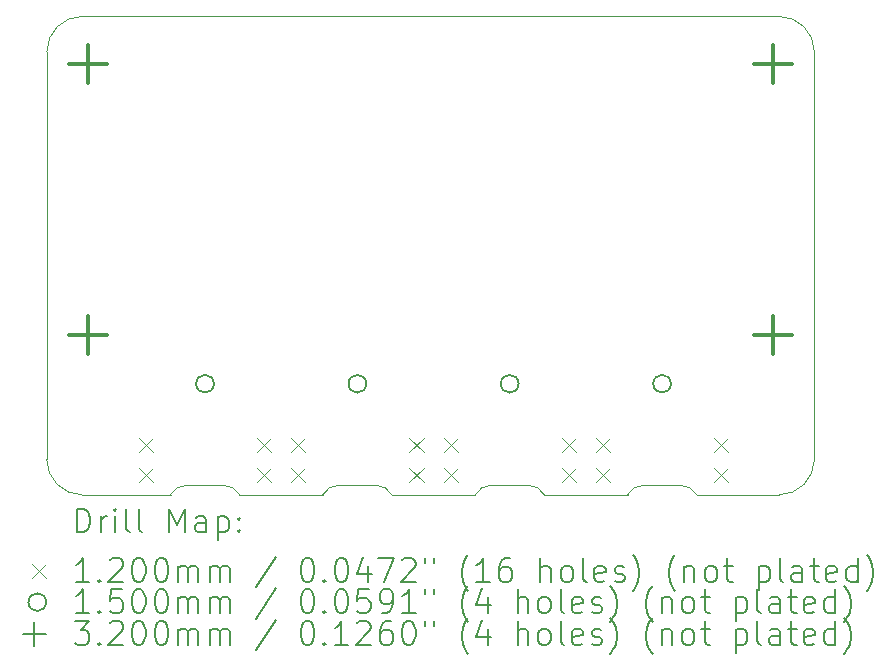
<source format=gbr>
%TF.GenerationSoftware,KiCad,Pcbnew,7.0.9-7.0.9~ubuntu22.04.1*%
%TF.CreationDate,2023-12-11T10:38:18-03:00*%
%TF.ProjectId,WM_RB-HAT,574d5f52-422d-4484-9154-2e6b69636164,rev?*%
%TF.SameCoordinates,Original*%
%TF.FileFunction,Drillmap*%
%TF.FilePolarity,Positive*%
%FSLAX45Y45*%
G04 Gerber Fmt 4.5, Leading zero omitted, Abs format (unit mm)*
G04 Created by KiCad (PCBNEW 7.0.9-7.0.9~ubuntu22.04.1) date 2023-12-11 10:38:18*
%MOMM*%
%LPD*%
G01*
G04 APERTURE LIST*
%ADD10C,0.100000*%
%ADD11C,0.200000*%
%ADD12C,0.120000*%
%ADD13C,0.150000*%
%ADD14C,0.320000*%
G04 APERTURE END LIST*
D10*
X12062005Y-10079997D02*
G75*
G03*
X11930000Y-10000000I-131895J-68733D01*
G01*
X14050000Y-10080000D02*
G75*
G03*
X14350000Y-9780000I0J300000D01*
G01*
X10772000Y-10080000D02*
X11478000Y-10080000D01*
X7850000Y-9780000D02*
G75*
G03*
X8150000Y-10080000I300000J0D01*
G01*
X9030000Y-10000001D02*
G75*
G03*
X8898000Y-10080000I-110J-148719D01*
G01*
X8150000Y-6030000D02*
G75*
G03*
X7850000Y-6330000I-5J-299995D01*
G01*
X10772005Y-10079997D02*
G75*
G03*
X10640000Y-10000000I-131895J-68733D01*
G01*
X9482000Y-10080000D02*
X10188000Y-10080000D01*
X10320000Y-10000001D02*
G75*
G03*
X10188000Y-10080000I-110J-148719D01*
G01*
X7850000Y-6330000D02*
X7850000Y-9780000D01*
X11610000Y-10000000D02*
X11930000Y-10000000D01*
X12900000Y-10000000D02*
X13220000Y-10000000D01*
X9482005Y-10079997D02*
G75*
G03*
X9350000Y-10000000I-131895J-68733D01*
G01*
X12062000Y-10080000D02*
X12768000Y-10080000D01*
X13352000Y-10080000D02*
X14050000Y-10080000D01*
X11610000Y-10000001D02*
G75*
G03*
X11478000Y-10080000I-110J-148719D01*
G01*
X8150000Y-10080000D02*
X8898000Y-10080000D01*
X10320000Y-10000000D02*
X10640000Y-10000000D01*
X13352001Y-10080000D02*
G75*
G03*
X13220000Y-10000000I-131891J-68720D01*
G01*
X14350000Y-9780000D02*
X14350000Y-6330000D01*
X9030000Y-10000000D02*
X9350000Y-10000000D01*
X14350000Y-6330000D02*
G75*
G03*
X14050000Y-6030000I-299990J10D01*
G01*
X14050000Y-6030000D02*
X8150000Y-6030000D01*
X12900000Y-10000001D02*
G75*
G03*
X12768000Y-10080000I-110J-148719D01*
G01*
D11*
D12*
X8630000Y-9600000D02*
X8750000Y-9720000D01*
X8750000Y-9600000D02*
X8630000Y-9720000D01*
X8630000Y-9850000D02*
X8750000Y-9970000D01*
X8750000Y-9850000D02*
X8630000Y-9970000D01*
X9630000Y-9600000D02*
X9750000Y-9720000D01*
X9750000Y-9600000D02*
X9630000Y-9720000D01*
X9630000Y-9850000D02*
X9750000Y-9970000D01*
X9750000Y-9850000D02*
X9630000Y-9970000D01*
X9920000Y-9600000D02*
X10040000Y-9720000D01*
X10040000Y-9600000D02*
X9920000Y-9720000D01*
X9920000Y-9850000D02*
X10040000Y-9970000D01*
X10040000Y-9850000D02*
X9920000Y-9970000D01*
X10920000Y-9600000D02*
X11040000Y-9720000D01*
X11040000Y-9600000D02*
X10920000Y-9720000D01*
X10920000Y-9850000D02*
X11040000Y-9970000D01*
X11040000Y-9850000D02*
X10920000Y-9970000D01*
X11210000Y-9600000D02*
X11330000Y-9720000D01*
X11330000Y-9600000D02*
X11210000Y-9720000D01*
X11210000Y-9850000D02*
X11330000Y-9970000D01*
X11330000Y-9850000D02*
X11210000Y-9970000D01*
X12210000Y-9600000D02*
X12330000Y-9720000D01*
X12330000Y-9600000D02*
X12210000Y-9720000D01*
X12210000Y-9850000D02*
X12330000Y-9970000D01*
X12330000Y-9850000D02*
X12210000Y-9970000D01*
X12500000Y-9600000D02*
X12620000Y-9720000D01*
X12620000Y-9600000D02*
X12500000Y-9720000D01*
X12500000Y-9850000D02*
X12620000Y-9970000D01*
X12620000Y-9850000D02*
X12500000Y-9970000D01*
X13500000Y-9600000D02*
X13620000Y-9720000D01*
X13620000Y-9600000D02*
X13500000Y-9720000D01*
X13500000Y-9850000D02*
X13620000Y-9970000D01*
X13620000Y-9850000D02*
X13500000Y-9970000D01*
D13*
X9265000Y-9140000D02*
G75*
G03*
X9265000Y-9140000I-75000J0D01*
G01*
X10555000Y-9140000D02*
G75*
G03*
X10555000Y-9140000I-75000J0D01*
G01*
X11845000Y-9140000D02*
G75*
G03*
X11845000Y-9140000I-75000J0D01*
G01*
X13135000Y-9140000D02*
G75*
G03*
X13135000Y-9140000I-75000J0D01*
G01*
D14*
X8200000Y-6270000D02*
X8200000Y-6590000D01*
X8040000Y-6430000D02*
X8360000Y-6430000D01*
X8200000Y-8570000D02*
X8200000Y-8890000D01*
X8040000Y-8730000D02*
X8360000Y-8730000D01*
X14000000Y-6270000D02*
X14000000Y-6590000D01*
X13840000Y-6430000D02*
X14160000Y-6430000D01*
X14000000Y-8570000D02*
X14000000Y-8890000D01*
X13840000Y-8730000D02*
X14160000Y-8730000D01*
D11*
X8105777Y-10396484D02*
X8105777Y-10196484D01*
X8105777Y-10196484D02*
X8153396Y-10196484D01*
X8153396Y-10196484D02*
X8181967Y-10206008D01*
X8181967Y-10206008D02*
X8201015Y-10225055D01*
X8201015Y-10225055D02*
X8210539Y-10244103D01*
X8210539Y-10244103D02*
X8220062Y-10282198D01*
X8220062Y-10282198D02*
X8220062Y-10310770D01*
X8220062Y-10310770D02*
X8210539Y-10348865D01*
X8210539Y-10348865D02*
X8201015Y-10367912D01*
X8201015Y-10367912D02*
X8181967Y-10386960D01*
X8181967Y-10386960D02*
X8153396Y-10396484D01*
X8153396Y-10396484D02*
X8105777Y-10396484D01*
X8305777Y-10396484D02*
X8305777Y-10263150D01*
X8305777Y-10301246D02*
X8315301Y-10282198D01*
X8315301Y-10282198D02*
X8324824Y-10272674D01*
X8324824Y-10272674D02*
X8343872Y-10263150D01*
X8343872Y-10263150D02*
X8362920Y-10263150D01*
X8429586Y-10396484D02*
X8429586Y-10263150D01*
X8429586Y-10196484D02*
X8420063Y-10206008D01*
X8420063Y-10206008D02*
X8429586Y-10215531D01*
X8429586Y-10215531D02*
X8439110Y-10206008D01*
X8439110Y-10206008D02*
X8429586Y-10196484D01*
X8429586Y-10196484D02*
X8429586Y-10215531D01*
X8553396Y-10396484D02*
X8534348Y-10386960D01*
X8534348Y-10386960D02*
X8524824Y-10367912D01*
X8524824Y-10367912D02*
X8524824Y-10196484D01*
X8658158Y-10396484D02*
X8639110Y-10386960D01*
X8639110Y-10386960D02*
X8629586Y-10367912D01*
X8629586Y-10367912D02*
X8629586Y-10196484D01*
X8886729Y-10396484D02*
X8886729Y-10196484D01*
X8886729Y-10196484D02*
X8953396Y-10339341D01*
X8953396Y-10339341D02*
X9020063Y-10196484D01*
X9020063Y-10196484D02*
X9020063Y-10396484D01*
X9201015Y-10396484D02*
X9201015Y-10291722D01*
X9201015Y-10291722D02*
X9191491Y-10272674D01*
X9191491Y-10272674D02*
X9172444Y-10263150D01*
X9172444Y-10263150D02*
X9134348Y-10263150D01*
X9134348Y-10263150D02*
X9115301Y-10272674D01*
X9201015Y-10386960D02*
X9181967Y-10396484D01*
X9181967Y-10396484D02*
X9134348Y-10396484D01*
X9134348Y-10396484D02*
X9115301Y-10386960D01*
X9115301Y-10386960D02*
X9105777Y-10367912D01*
X9105777Y-10367912D02*
X9105777Y-10348865D01*
X9105777Y-10348865D02*
X9115301Y-10329817D01*
X9115301Y-10329817D02*
X9134348Y-10320293D01*
X9134348Y-10320293D02*
X9181967Y-10320293D01*
X9181967Y-10320293D02*
X9201015Y-10310770D01*
X9296253Y-10263150D02*
X9296253Y-10463150D01*
X9296253Y-10272674D02*
X9315301Y-10263150D01*
X9315301Y-10263150D02*
X9353396Y-10263150D01*
X9353396Y-10263150D02*
X9372444Y-10272674D01*
X9372444Y-10272674D02*
X9381967Y-10282198D01*
X9381967Y-10282198D02*
X9391491Y-10301246D01*
X9391491Y-10301246D02*
X9391491Y-10358389D01*
X9391491Y-10358389D02*
X9381967Y-10377436D01*
X9381967Y-10377436D02*
X9372444Y-10386960D01*
X9372444Y-10386960D02*
X9353396Y-10396484D01*
X9353396Y-10396484D02*
X9315301Y-10396484D01*
X9315301Y-10396484D02*
X9296253Y-10386960D01*
X9477205Y-10377436D02*
X9486729Y-10386960D01*
X9486729Y-10386960D02*
X9477205Y-10396484D01*
X9477205Y-10396484D02*
X9467682Y-10386960D01*
X9467682Y-10386960D02*
X9477205Y-10377436D01*
X9477205Y-10377436D02*
X9477205Y-10396484D01*
X9477205Y-10272674D02*
X9486729Y-10282198D01*
X9486729Y-10282198D02*
X9477205Y-10291722D01*
X9477205Y-10291722D02*
X9467682Y-10282198D01*
X9467682Y-10282198D02*
X9477205Y-10272674D01*
X9477205Y-10272674D02*
X9477205Y-10291722D01*
D12*
X7725000Y-10665000D02*
X7845000Y-10785000D01*
X7845000Y-10665000D02*
X7725000Y-10785000D01*
D11*
X8210539Y-10816484D02*
X8096253Y-10816484D01*
X8153396Y-10816484D02*
X8153396Y-10616484D01*
X8153396Y-10616484D02*
X8134348Y-10645055D01*
X8134348Y-10645055D02*
X8115301Y-10664103D01*
X8115301Y-10664103D02*
X8096253Y-10673627D01*
X8296253Y-10797436D02*
X8305777Y-10806960D01*
X8305777Y-10806960D02*
X8296253Y-10816484D01*
X8296253Y-10816484D02*
X8286729Y-10806960D01*
X8286729Y-10806960D02*
X8296253Y-10797436D01*
X8296253Y-10797436D02*
X8296253Y-10816484D01*
X8381967Y-10635531D02*
X8391491Y-10626008D01*
X8391491Y-10626008D02*
X8410539Y-10616484D01*
X8410539Y-10616484D02*
X8458158Y-10616484D01*
X8458158Y-10616484D02*
X8477205Y-10626008D01*
X8477205Y-10626008D02*
X8486729Y-10635531D01*
X8486729Y-10635531D02*
X8496253Y-10654579D01*
X8496253Y-10654579D02*
X8496253Y-10673627D01*
X8496253Y-10673627D02*
X8486729Y-10702198D01*
X8486729Y-10702198D02*
X8372443Y-10816484D01*
X8372443Y-10816484D02*
X8496253Y-10816484D01*
X8620063Y-10616484D02*
X8639110Y-10616484D01*
X8639110Y-10616484D02*
X8658158Y-10626008D01*
X8658158Y-10626008D02*
X8667682Y-10635531D01*
X8667682Y-10635531D02*
X8677205Y-10654579D01*
X8677205Y-10654579D02*
X8686729Y-10692674D01*
X8686729Y-10692674D02*
X8686729Y-10740293D01*
X8686729Y-10740293D02*
X8677205Y-10778389D01*
X8677205Y-10778389D02*
X8667682Y-10797436D01*
X8667682Y-10797436D02*
X8658158Y-10806960D01*
X8658158Y-10806960D02*
X8639110Y-10816484D01*
X8639110Y-10816484D02*
X8620063Y-10816484D01*
X8620063Y-10816484D02*
X8601015Y-10806960D01*
X8601015Y-10806960D02*
X8591491Y-10797436D01*
X8591491Y-10797436D02*
X8581967Y-10778389D01*
X8581967Y-10778389D02*
X8572444Y-10740293D01*
X8572444Y-10740293D02*
X8572444Y-10692674D01*
X8572444Y-10692674D02*
X8581967Y-10654579D01*
X8581967Y-10654579D02*
X8591491Y-10635531D01*
X8591491Y-10635531D02*
X8601015Y-10626008D01*
X8601015Y-10626008D02*
X8620063Y-10616484D01*
X8810539Y-10616484D02*
X8829586Y-10616484D01*
X8829586Y-10616484D02*
X8848634Y-10626008D01*
X8848634Y-10626008D02*
X8858158Y-10635531D01*
X8858158Y-10635531D02*
X8867682Y-10654579D01*
X8867682Y-10654579D02*
X8877205Y-10692674D01*
X8877205Y-10692674D02*
X8877205Y-10740293D01*
X8877205Y-10740293D02*
X8867682Y-10778389D01*
X8867682Y-10778389D02*
X8858158Y-10797436D01*
X8858158Y-10797436D02*
X8848634Y-10806960D01*
X8848634Y-10806960D02*
X8829586Y-10816484D01*
X8829586Y-10816484D02*
X8810539Y-10816484D01*
X8810539Y-10816484D02*
X8791491Y-10806960D01*
X8791491Y-10806960D02*
X8781967Y-10797436D01*
X8781967Y-10797436D02*
X8772444Y-10778389D01*
X8772444Y-10778389D02*
X8762920Y-10740293D01*
X8762920Y-10740293D02*
X8762920Y-10692674D01*
X8762920Y-10692674D02*
X8772444Y-10654579D01*
X8772444Y-10654579D02*
X8781967Y-10635531D01*
X8781967Y-10635531D02*
X8791491Y-10626008D01*
X8791491Y-10626008D02*
X8810539Y-10616484D01*
X8962920Y-10816484D02*
X8962920Y-10683150D01*
X8962920Y-10702198D02*
X8972444Y-10692674D01*
X8972444Y-10692674D02*
X8991491Y-10683150D01*
X8991491Y-10683150D02*
X9020063Y-10683150D01*
X9020063Y-10683150D02*
X9039110Y-10692674D01*
X9039110Y-10692674D02*
X9048634Y-10711722D01*
X9048634Y-10711722D02*
X9048634Y-10816484D01*
X9048634Y-10711722D02*
X9058158Y-10692674D01*
X9058158Y-10692674D02*
X9077205Y-10683150D01*
X9077205Y-10683150D02*
X9105777Y-10683150D01*
X9105777Y-10683150D02*
X9124825Y-10692674D01*
X9124825Y-10692674D02*
X9134348Y-10711722D01*
X9134348Y-10711722D02*
X9134348Y-10816484D01*
X9229586Y-10816484D02*
X9229586Y-10683150D01*
X9229586Y-10702198D02*
X9239110Y-10692674D01*
X9239110Y-10692674D02*
X9258158Y-10683150D01*
X9258158Y-10683150D02*
X9286729Y-10683150D01*
X9286729Y-10683150D02*
X9305777Y-10692674D01*
X9305777Y-10692674D02*
X9315301Y-10711722D01*
X9315301Y-10711722D02*
X9315301Y-10816484D01*
X9315301Y-10711722D02*
X9324825Y-10692674D01*
X9324825Y-10692674D02*
X9343872Y-10683150D01*
X9343872Y-10683150D02*
X9372444Y-10683150D01*
X9372444Y-10683150D02*
X9391491Y-10692674D01*
X9391491Y-10692674D02*
X9401015Y-10711722D01*
X9401015Y-10711722D02*
X9401015Y-10816484D01*
X9791491Y-10606960D02*
X9620063Y-10864103D01*
X10048634Y-10616484D02*
X10067682Y-10616484D01*
X10067682Y-10616484D02*
X10086729Y-10626008D01*
X10086729Y-10626008D02*
X10096253Y-10635531D01*
X10096253Y-10635531D02*
X10105777Y-10654579D01*
X10105777Y-10654579D02*
X10115301Y-10692674D01*
X10115301Y-10692674D02*
X10115301Y-10740293D01*
X10115301Y-10740293D02*
X10105777Y-10778389D01*
X10105777Y-10778389D02*
X10096253Y-10797436D01*
X10096253Y-10797436D02*
X10086729Y-10806960D01*
X10086729Y-10806960D02*
X10067682Y-10816484D01*
X10067682Y-10816484D02*
X10048634Y-10816484D01*
X10048634Y-10816484D02*
X10029587Y-10806960D01*
X10029587Y-10806960D02*
X10020063Y-10797436D01*
X10020063Y-10797436D02*
X10010539Y-10778389D01*
X10010539Y-10778389D02*
X10001015Y-10740293D01*
X10001015Y-10740293D02*
X10001015Y-10692674D01*
X10001015Y-10692674D02*
X10010539Y-10654579D01*
X10010539Y-10654579D02*
X10020063Y-10635531D01*
X10020063Y-10635531D02*
X10029587Y-10626008D01*
X10029587Y-10626008D02*
X10048634Y-10616484D01*
X10201015Y-10797436D02*
X10210539Y-10806960D01*
X10210539Y-10806960D02*
X10201015Y-10816484D01*
X10201015Y-10816484D02*
X10191491Y-10806960D01*
X10191491Y-10806960D02*
X10201015Y-10797436D01*
X10201015Y-10797436D02*
X10201015Y-10816484D01*
X10334348Y-10616484D02*
X10353396Y-10616484D01*
X10353396Y-10616484D02*
X10372444Y-10626008D01*
X10372444Y-10626008D02*
X10381968Y-10635531D01*
X10381968Y-10635531D02*
X10391491Y-10654579D01*
X10391491Y-10654579D02*
X10401015Y-10692674D01*
X10401015Y-10692674D02*
X10401015Y-10740293D01*
X10401015Y-10740293D02*
X10391491Y-10778389D01*
X10391491Y-10778389D02*
X10381968Y-10797436D01*
X10381968Y-10797436D02*
X10372444Y-10806960D01*
X10372444Y-10806960D02*
X10353396Y-10816484D01*
X10353396Y-10816484D02*
X10334348Y-10816484D01*
X10334348Y-10816484D02*
X10315301Y-10806960D01*
X10315301Y-10806960D02*
X10305777Y-10797436D01*
X10305777Y-10797436D02*
X10296253Y-10778389D01*
X10296253Y-10778389D02*
X10286729Y-10740293D01*
X10286729Y-10740293D02*
X10286729Y-10692674D01*
X10286729Y-10692674D02*
X10296253Y-10654579D01*
X10296253Y-10654579D02*
X10305777Y-10635531D01*
X10305777Y-10635531D02*
X10315301Y-10626008D01*
X10315301Y-10626008D02*
X10334348Y-10616484D01*
X10572444Y-10683150D02*
X10572444Y-10816484D01*
X10524825Y-10606960D02*
X10477206Y-10749817D01*
X10477206Y-10749817D02*
X10601015Y-10749817D01*
X10658158Y-10616484D02*
X10791491Y-10616484D01*
X10791491Y-10616484D02*
X10705777Y-10816484D01*
X10858158Y-10635531D02*
X10867682Y-10626008D01*
X10867682Y-10626008D02*
X10886729Y-10616484D01*
X10886729Y-10616484D02*
X10934349Y-10616484D01*
X10934349Y-10616484D02*
X10953396Y-10626008D01*
X10953396Y-10626008D02*
X10962920Y-10635531D01*
X10962920Y-10635531D02*
X10972444Y-10654579D01*
X10972444Y-10654579D02*
X10972444Y-10673627D01*
X10972444Y-10673627D02*
X10962920Y-10702198D01*
X10962920Y-10702198D02*
X10848634Y-10816484D01*
X10848634Y-10816484D02*
X10972444Y-10816484D01*
X11048634Y-10616484D02*
X11048634Y-10654579D01*
X11124825Y-10616484D02*
X11124825Y-10654579D01*
X11420063Y-10892674D02*
X11410539Y-10883150D01*
X11410539Y-10883150D02*
X11391491Y-10854579D01*
X11391491Y-10854579D02*
X11381968Y-10835531D01*
X11381968Y-10835531D02*
X11372444Y-10806960D01*
X11372444Y-10806960D02*
X11362920Y-10759341D01*
X11362920Y-10759341D02*
X11362920Y-10721246D01*
X11362920Y-10721246D02*
X11372444Y-10673627D01*
X11372444Y-10673627D02*
X11381968Y-10645055D01*
X11381968Y-10645055D02*
X11391491Y-10626008D01*
X11391491Y-10626008D02*
X11410539Y-10597436D01*
X11410539Y-10597436D02*
X11420063Y-10587912D01*
X11601015Y-10816484D02*
X11486729Y-10816484D01*
X11543872Y-10816484D02*
X11543872Y-10616484D01*
X11543872Y-10616484D02*
X11524825Y-10645055D01*
X11524825Y-10645055D02*
X11505777Y-10664103D01*
X11505777Y-10664103D02*
X11486729Y-10673627D01*
X11772444Y-10616484D02*
X11734348Y-10616484D01*
X11734348Y-10616484D02*
X11715301Y-10626008D01*
X11715301Y-10626008D02*
X11705777Y-10635531D01*
X11705777Y-10635531D02*
X11686729Y-10664103D01*
X11686729Y-10664103D02*
X11677206Y-10702198D01*
X11677206Y-10702198D02*
X11677206Y-10778389D01*
X11677206Y-10778389D02*
X11686729Y-10797436D01*
X11686729Y-10797436D02*
X11696253Y-10806960D01*
X11696253Y-10806960D02*
X11715301Y-10816484D01*
X11715301Y-10816484D02*
X11753396Y-10816484D01*
X11753396Y-10816484D02*
X11772444Y-10806960D01*
X11772444Y-10806960D02*
X11781968Y-10797436D01*
X11781968Y-10797436D02*
X11791491Y-10778389D01*
X11791491Y-10778389D02*
X11791491Y-10730770D01*
X11791491Y-10730770D02*
X11781968Y-10711722D01*
X11781968Y-10711722D02*
X11772444Y-10702198D01*
X11772444Y-10702198D02*
X11753396Y-10692674D01*
X11753396Y-10692674D02*
X11715301Y-10692674D01*
X11715301Y-10692674D02*
X11696253Y-10702198D01*
X11696253Y-10702198D02*
X11686729Y-10711722D01*
X11686729Y-10711722D02*
X11677206Y-10730770D01*
X12029587Y-10816484D02*
X12029587Y-10616484D01*
X12115301Y-10816484D02*
X12115301Y-10711722D01*
X12115301Y-10711722D02*
X12105777Y-10692674D01*
X12105777Y-10692674D02*
X12086730Y-10683150D01*
X12086730Y-10683150D02*
X12058158Y-10683150D01*
X12058158Y-10683150D02*
X12039110Y-10692674D01*
X12039110Y-10692674D02*
X12029587Y-10702198D01*
X12239110Y-10816484D02*
X12220063Y-10806960D01*
X12220063Y-10806960D02*
X12210539Y-10797436D01*
X12210539Y-10797436D02*
X12201015Y-10778389D01*
X12201015Y-10778389D02*
X12201015Y-10721246D01*
X12201015Y-10721246D02*
X12210539Y-10702198D01*
X12210539Y-10702198D02*
X12220063Y-10692674D01*
X12220063Y-10692674D02*
X12239110Y-10683150D01*
X12239110Y-10683150D02*
X12267682Y-10683150D01*
X12267682Y-10683150D02*
X12286730Y-10692674D01*
X12286730Y-10692674D02*
X12296253Y-10702198D01*
X12296253Y-10702198D02*
X12305777Y-10721246D01*
X12305777Y-10721246D02*
X12305777Y-10778389D01*
X12305777Y-10778389D02*
X12296253Y-10797436D01*
X12296253Y-10797436D02*
X12286730Y-10806960D01*
X12286730Y-10806960D02*
X12267682Y-10816484D01*
X12267682Y-10816484D02*
X12239110Y-10816484D01*
X12420063Y-10816484D02*
X12401015Y-10806960D01*
X12401015Y-10806960D02*
X12391491Y-10787912D01*
X12391491Y-10787912D02*
X12391491Y-10616484D01*
X12572444Y-10806960D02*
X12553396Y-10816484D01*
X12553396Y-10816484D02*
X12515301Y-10816484D01*
X12515301Y-10816484D02*
X12496253Y-10806960D01*
X12496253Y-10806960D02*
X12486730Y-10787912D01*
X12486730Y-10787912D02*
X12486730Y-10711722D01*
X12486730Y-10711722D02*
X12496253Y-10692674D01*
X12496253Y-10692674D02*
X12515301Y-10683150D01*
X12515301Y-10683150D02*
X12553396Y-10683150D01*
X12553396Y-10683150D02*
X12572444Y-10692674D01*
X12572444Y-10692674D02*
X12581968Y-10711722D01*
X12581968Y-10711722D02*
X12581968Y-10730770D01*
X12581968Y-10730770D02*
X12486730Y-10749817D01*
X12658158Y-10806960D02*
X12677206Y-10816484D01*
X12677206Y-10816484D02*
X12715301Y-10816484D01*
X12715301Y-10816484D02*
X12734349Y-10806960D01*
X12734349Y-10806960D02*
X12743872Y-10787912D01*
X12743872Y-10787912D02*
X12743872Y-10778389D01*
X12743872Y-10778389D02*
X12734349Y-10759341D01*
X12734349Y-10759341D02*
X12715301Y-10749817D01*
X12715301Y-10749817D02*
X12686730Y-10749817D01*
X12686730Y-10749817D02*
X12667682Y-10740293D01*
X12667682Y-10740293D02*
X12658158Y-10721246D01*
X12658158Y-10721246D02*
X12658158Y-10711722D01*
X12658158Y-10711722D02*
X12667682Y-10692674D01*
X12667682Y-10692674D02*
X12686730Y-10683150D01*
X12686730Y-10683150D02*
X12715301Y-10683150D01*
X12715301Y-10683150D02*
X12734349Y-10692674D01*
X12810539Y-10892674D02*
X12820063Y-10883150D01*
X12820063Y-10883150D02*
X12839111Y-10854579D01*
X12839111Y-10854579D02*
X12848634Y-10835531D01*
X12848634Y-10835531D02*
X12858158Y-10806960D01*
X12858158Y-10806960D02*
X12867682Y-10759341D01*
X12867682Y-10759341D02*
X12867682Y-10721246D01*
X12867682Y-10721246D02*
X12858158Y-10673627D01*
X12858158Y-10673627D02*
X12848634Y-10645055D01*
X12848634Y-10645055D02*
X12839111Y-10626008D01*
X12839111Y-10626008D02*
X12820063Y-10597436D01*
X12820063Y-10597436D02*
X12810539Y-10587912D01*
X13172444Y-10892674D02*
X13162920Y-10883150D01*
X13162920Y-10883150D02*
X13143872Y-10854579D01*
X13143872Y-10854579D02*
X13134349Y-10835531D01*
X13134349Y-10835531D02*
X13124825Y-10806960D01*
X13124825Y-10806960D02*
X13115301Y-10759341D01*
X13115301Y-10759341D02*
X13115301Y-10721246D01*
X13115301Y-10721246D02*
X13124825Y-10673627D01*
X13124825Y-10673627D02*
X13134349Y-10645055D01*
X13134349Y-10645055D02*
X13143872Y-10626008D01*
X13143872Y-10626008D02*
X13162920Y-10597436D01*
X13162920Y-10597436D02*
X13172444Y-10587912D01*
X13248634Y-10683150D02*
X13248634Y-10816484D01*
X13248634Y-10702198D02*
X13258158Y-10692674D01*
X13258158Y-10692674D02*
X13277206Y-10683150D01*
X13277206Y-10683150D02*
X13305777Y-10683150D01*
X13305777Y-10683150D02*
X13324825Y-10692674D01*
X13324825Y-10692674D02*
X13334349Y-10711722D01*
X13334349Y-10711722D02*
X13334349Y-10816484D01*
X13458158Y-10816484D02*
X13439111Y-10806960D01*
X13439111Y-10806960D02*
X13429587Y-10797436D01*
X13429587Y-10797436D02*
X13420063Y-10778389D01*
X13420063Y-10778389D02*
X13420063Y-10721246D01*
X13420063Y-10721246D02*
X13429587Y-10702198D01*
X13429587Y-10702198D02*
X13439111Y-10692674D01*
X13439111Y-10692674D02*
X13458158Y-10683150D01*
X13458158Y-10683150D02*
X13486730Y-10683150D01*
X13486730Y-10683150D02*
X13505777Y-10692674D01*
X13505777Y-10692674D02*
X13515301Y-10702198D01*
X13515301Y-10702198D02*
X13524825Y-10721246D01*
X13524825Y-10721246D02*
X13524825Y-10778389D01*
X13524825Y-10778389D02*
X13515301Y-10797436D01*
X13515301Y-10797436D02*
X13505777Y-10806960D01*
X13505777Y-10806960D02*
X13486730Y-10816484D01*
X13486730Y-10816484D02*
X13458158Y-10816484D01*
X13581968Y-10683150D02*
X13658158Y-10683150D01*
X13610539Y-10616484D02*
X13610539Y-10787912D01*
X13610539Y-10787912D02*
X13620063Y-10806960D01*
X13620063Y-10806960D02*
X13639111Y-10816484D01*
X13639111Y-10816484D02*
X13658158Y-10816484D01*
X13877206Y-10683150D02*
X13877206Y-10883150D01*
X13877206Y-10692674D02*
X13896253Y-10683150D01*
X13896253Y-10683150D02*
X13934349Y-10683150D01*
X13934349Y-10683150D02*
X13953396Y-10692674D01*
X13953396Y-10692674D02*
X13962920Y-10702198D01*
X13962920Y-10702198D02*
X13972444Y-10721246D01*
X13972444Y-10721246D02*
X13972444Y-10778389D01*
X13972444Y-10778389D02*
X13962920Y-10797436D01*
X13962920Y-10797436D02*
X13953396Y-10806960D01*
X13953396Y-10806960D02*
X13934349Y-10816484D01*
X13934349Y-10816484D02*
X13896253Y-10816484D01*
X13896253Y-10816484D02*
X13877206Y-10806960D01*
X14086730Y-10816484D02*
X14067682Y-10806960D01*
X14067682Y-10806960D02*
X14058158Y-10787912D01*
X14058158Y-10787912D02*
X14058158Y-10616484D01*
X14248634Y-10816484D02*
X14248634Y-10711722D01*
X14248634Y-10711722D02*
X14239111Y-10692674D01*
X14239111Y-10692674D02*
X14220063Y-10683150D01*
X14220063Y-10683150D02*
X14181968Y-10683150D01*
X14181968Y-10683150D02*
X14162920Y-10692674D01*
X14248634Y-10806960D02*
X14229587Y-10816484D01*
X14229587Y-10816484D02*
X14181968Y-10816484D01*
X14181968Y-10816484D02*
X14162920Y-10806960D01*
X14162920Y-10806960D02*
X14153396Y-10787912D01*
X14153396Y-10787912D02*
X14153396Y-10768865D01*
X14153396Y-10768865D02*
X14162920Y-10749817D01*
X14162920Y-10749817D02*
X14181968Y-10740293D01*
X14181968Y-10740293D02*
X14229587Y-10740293D01*
X14229587Y-10740293D02*
X14248634Y-10730770D01*
X14315301Y-10683150D02*
X14391492Y-10683150D01*
X14343873Y-10616484D02*
X14343873Y-10787912D01*
X14343873Y-10787912D02*
X14353396Y-10806960D01*
X14353396Y-10806960D02*
X14372444Y-10816484D01*
X14372444Y-10816484D02*
X14391492Y-10816484D01*
X14534349Y-10806960D02*
X14515301Y-10816484D01*
X14515301Y-10816484D02*
X14477206Y-10816484D01*
X14477206Y-10816484D02*
X14458158Y-10806960D01*
X14458158Y-10806960D02*
X14448634Y-10787912D01*
X14448634Y-10787912D02*
X14448634Y-10711722D01*
X14448634Y-10711722D02*
X14458158Y-10692674D01*
X14458158Y-10692674D02*
X14477206Y-10683150D01*
X14477206Y-10683150D02*
X14515301Y-10683150D01*
X14515301Y-10683150D02*
X14534349Y-10692674D01*
X14534349Y-10692674D02*
X14543873Y-10711722D01*
X14543873Y-10711722D02*
X14543873Y-10730770D01*
X14543873Y-10730770D02*
X14448634Y-10749817D01*
X14715301Y-10816484D02*
X14715301Y-10616484D01*
X14715301Y-10806960D02*
X14696254Y-10816484D01*
X14696254Y-10816484D02*
X14658158Y-10816484D01*
X14658158Y-10816484D02*
X14639111Y-10806960D01*
X14639111Y-10806960D02*
X14629587Y-10797436D01*
X14629587Y-10797436D02*
X14620063Y-10778389D01*
X14620063Y-10778389D02*
X14620063Y-10721246D01*
X14620063Y-10721246D02*
X14629587Y-10702198D01*
X14629587Y-10702198D02*
X14639111Y-10692674D01*
X14639111Y-10692674D02*
X14658158Y-10683150D01*
X14658158Y-10683150D02*
X14696254Y-10683150D01*
X14696254Y-10683150D02*
X14715301Y-10692674D01*
X14791492Y-10892674D02*
X14801015Y-10883150D01*
X14801015Y-10883150D02*
X14820063Y-10854579D01*
X14820063Y-10854579D02*
X14829587Y-10835531D01*
X14829587Y-10835531D02*
X14839111Y-10806960D01*
X14839111Y-10806960D02*
X14848634Y-10759341D01*
X14848634Y-10759341D02*
X14848634Y-10721246D01*
X14848634Y-10721246D02*
X14839111Y-10673627D01*
X14839111Y-10673627D02*
X14829587Y-10645055D01*
X14829587Y-10645055D02*
X14820063Y-10626008D01*
X14820063Y-10626008D02*
X14801015Y-10597436D01*
X14801015Y-10597436D02*
X14791492Y-10587912D01*
D13*
X7845000Y-10989000D02*
G75*
G03*
X7845000Y-10989000I-75000J0D01*
G01*
D11*
X8210539Y-11080484D02*
X8096253Y-11080484D01*
X8153396Y-11080484D02*
X8153396Y-10880484D01*
X8153396Y-10880484D02*
X8134348Y-10909055D01*
X8134348Y-10909055D02*
X8115301Y-10928103D01*
X8115301Y-10928103D02*
X8096253Y-10937627D01*
X8296253Y-11061436D02*
X8305777Y-11070960D01*
X8305777Y-11070960D02*
X8296253Y-11080484D01*
X8296253Y-11080484D02*
X8286729Y-11070960D01*
X8286729Y-11070960D02*
X8296253Y-11061436D01*
X8296253Y-11061436D02*
X8296253Y-11080484D01*
X8486729Y-10880484D02*
X8391491Y-10880484D01*
X8391491Y-10880484D02*
X8381967Y-10975722D01*
X8381967Y-10975722D02*
X8391491Y-10966198D01*
X8391491Y-10966198D02*
X8410539Y-10956674D01*
X8410539Y-10956674D02*
X8458158Y-10956674D01*
X8458158Y-10956674D02*
X8477205Y-10966198D01*
X8477205Y-10966198D02*
X8486729Y-10975722D01*
X8486729Y-10975722D02*
X8496253Y-10994770D01*
X8496253Y-10994770D02*
X8496253Y-11042389D01*
X8496253Y-11042389D02*
X8486729Y-11061436D01*
X8486729Y-11061436D02*
X8477205Y-11070960D01*
X8477205Y-11070960D02*
X8458158Y-11080484D01*
X8458158Y-11080484D02*
X8410539Y-11080484D01*
X8410539Y-11080484D02*
X8391491Y-11070960D01*
X8391491Y-11070960D02*
X8381967Y-11061436D01*
X8620063Y-10880484D02*
X8639110Y-10880484D01*
X8639110Y-10880484D02*
X8658158Y-10890008D01*
X8658158Y-10890008D02*
X8667682Y-10899531D01*
X8667682Y-10899531D02*
X8677205Y-10918579D01*
X8677205Y-10918579D02*
X8686729Y-10956674D01*
X8686729Y-10956674D02*
X8686729Y-11004293D01*
X8686729Y-11004293D02*
X8677205Y-11042389D01*
X8677205Y-11042389D02*
X8667682Y-11061436D01*
X8667682Y-11061436D02*
X8658158Y-11070960D01*
X8658158Y-11070960D02*
X8639110Y-11080484D01*
X8639110Y-11080484D02*
X8620063Y-11080484D01*
X8620063Y-11080484D02*
X8601015Y-11070960D01*
X8601015Y-11070960D02*
X8591491Y-11061436D01*
X8591491Y-11061436D02*
X8581967Y-11042389D01*
X8581967Y-11042389D02*
X8572444Y-11004293D01*
X8572444Y-11004293D02*
X8572444Y-10956674D01*
X8572444Y-10956674D02*
X8581967Y-10918579D01*
X8581967Y-10918579D02*
X8591491Y-10899531D01*
X8591491Y-10899531D02*
X8601015Y-10890008D01*
X8601015Y-10890008D02*
X8620063Y-10880484D01*
X8810539Y-10880484D02*
X8829586Y-10880484D01*
X8829586Y-10880484D02*
X8848634Y-10890008D01*
X8848634Y-10890008D02*
X8858158Y-10899531D01*
X8858158Y-10899531D02*
X8867682Y-10918579D01*
X8867682Y-10918579D02*
X8877205Y-10956674D01*
X8877205Y-10956674D02*
X8877205Y-11004293D01*
X8877205Y-11004293D02*
X8867682Y-11042389D01*
X8867682Y-11042389D02*
X8858158Y-11061436D01*
X8858158Y-11061436D02*
X8848634Y-11070960D01*
X8848634Y-11070960D02*
X8829586Y-11080484D01*
X8829586Y-11080484D02*
X8810539Y-11080484D01*
X8810539Y-11080484D02*
X8791491Y-11070960D01*
X8791491Y-11070960D02*
X8781967Y-11061436D01*
X8781967Y-11061436D02*
X8772444Y-11042389D01*
X8772444Y-11042389D02*
X8762920Y-11004293D01*
X8762920Y-11004293D02*
X8762920Y-10956674D01*
X8762920Y-10956674D02*
X8772444Y-10918579D01*
X8772444Y-10918579D02*
X8781967Y-10899531D01*
X8781967Y-10899531D02*
X8791491Y-10890008D01*
X8791491Y-10890008D02*
X8810539Y-10880484D01*
X8962920Y-11080484D02*
X8962920Y-10947150D01*
X8962920Y-10966198D02*
X8972444Y-10956674D01*
X8972444Y-10956674D02*
X8991491Y-10947150D01*
X8991491Y-10947150D02*
X9020063Y-10947150D01*
X9020063Y-10947150D02*
X9039110Y-10956674D01*
X9039110Y-10956674D02*
X9048634Y-10975722D01*
X9048634Y-10975722D02*
X9048634Y-11080484D01*
X9048634Y-10975722D02*
X9058158Y-10956674D01*
X9058158Y-10956674D02*
X9077205Y-10947150D01*
X9077205Y-10947150D02*
X9105777Y-10947150D01*
X9105777Y-10947150D02*
X9124825Y-10956674D01*
X9124825Y-10956674D02*
X9134348Y-10975722D01*
X9134348Y-10975722D02*
X9134348Y-11080484D01*
X9229586Y-11080484D02*
X9229586Y-10947150D01*
X9229586Y-10966198D02*
X9239110Y-10956674D01*
X9239110Y-10956674D02*
X9258158Y-10947150D01*
X9258158Y-10947150D02*
X9286729Y-10947150D01*
X9286729Y-10947150D02*
X9305777Y-10956674D01*
X9305777Y-10956674D02*
X9315301Y-10975722D01*
X9315301Y-10975722D02*
X9315301Y-11080484D01*
X9315301Y-10975722D02*
X9324825Y-10956674D01*
X9324825Y-10956674D02*
X9343872Y-10947150D01*
X9343872Y-10947150D02*
X9372444Y-10947150D01*
X9372444Y-10947150D02*
X9391491Y-10956674D01*
X9391491Y-10956674D02*
X9401015Y-10975722D01*
X9401015Y-10975722D02*
X9401015Y-11080484D01*
X9791491Y-10870960D02*
X9620063Y-11128103D01*
X10048634Y-10880484D02*
X10067682Y-10880484D01*
X10067682Y-10880484D02*
X10086729Y-10890008D01*
X10086729Y-10890008D02*
X10096253Y-10899531D01*
X10096253Y-10899531D02*
X10105777Y-10918579D01*
X10105777Y-10918579D02*
X10115301Y-10956674D01*
X10115301Y-10956674D02*
X10115301Y-11004293D01*
X10115301Y-11004293D02*
X10105777Y-11042389D01*
X10105777Y-11042389D02*
X10096253Y-11061436D01*
X10096253Y-11061436D02*
X10086729Y-11070960D01*
X10086729Y-11070960D02*
X10067682Y-11080484D01*
X10067682Y-11080484D02*
X10048634Y-11080484D01*
X10048634Y-11080484D02*
X10029587Y-11070960D01*
X10029587Y-11070960D02*
X10020063Y-11061436D01*
X10020063Y-11061436D02*
X10010539Y-11042389D01*
X10010539Y-11042389D02*
X10001015Y-11004293D01*
X10001015Y-11004293D02*
X10001015Y-10956674D01*
X10001015Y-10956674D02*
X10010539Y-10918579D01*
X10010539Y-10918579D02*
X10020063Y-10899531D01*
X10020063Y-10899531D02*
X10029587Y-10890008D01*
X10029587Y-10890008D02*
X10048634Y-10880484D01*
X10201015Y-11061436D02*
X10210539Y-11070960D01*
X10210539Y-11070960D02*
X10201015Y-11080484D01*
X10201015Y-11080484D02*
X10191491Y-11070960D01*
X10191491Y-11070960D02*
X10201015Y-11061436D01*
X10201015Y-11061436D02*
X10201015Y-11080484D01*
X10334348Y-10880484D02*
X10353396Y-10880484D01*
X10353396Y-10880484D02*
X10372444Y-10890008D01*
X10372444Y-10890008D02*
X10381968Y-10899531D01*
X10381968Y-10899531D02*
X10391491Y-10918579D01*
X10391491Y-10918579D02*
X10401015Y-10956674D01*
X10401015Y-10956674D02*
X10401015Y-11004293D01*
X10401015Y-11004293D02*
X10391491Y-11042389D01*
X10391491Y-11042389D02*
X10381968Y-11061436D01*
X10381968Y-11061436D02*
X10372444Y-11070960D01*
X10372444Y-11070960D02*
X10353396Y-11080484D01*
X10353396Y-11080484D02*
X10334348Y-11080484D01*
X10334348Y-11080484D02*
X10315301Y-11070960D01*
X10315301Y-11070960D02*
X10305777Y-11061436D01*
X10305777Y-11061436D02*
X10296253Y-11042389D01*
X10296253Y-11042389D02*
X10286729Y-11004293D01*
X10286729Y-11004293D02*
X10286729Y-10956674D01*
X10286729Y-10956674D02*
X10296253Y-10918579D01*
X10296253Y-10918579D02*
X10305777Y-10899531D01*
X10305777Y-10899531D02*
X10315301Y-10890008D01*
X10315301Y-10890008D02*
X10334348Y-10880484D01*
X10581968Y-10880484D02*
X10486729Y-10880484D01*
X10486729Y-10880484D02*
X10477206Y-10975722D01*
X10477206Y-10975722D02*
X10486729Y-10966198D01*
X10486729Y-10966198D02*
X10505777Y-10956674D01*
X10505777Y-10956674D02*
X10553396Y-10956674D01*
X10553396Y-10956674D02*
X10572444Y-10966198D01*
X10572444Y-10966198D02*
X10581968Y-10975722D01*
X10581968Y-10975722D02*
X10591491Y-10994770D01*
X10591491Y-10994770D02*
X10591491Y-11042389D01*
X10591491Y-11042389D02*
X10581968Y-11061436D01*
X10581968Y-11061436D02*
X10572444Y-11070960D01*
X10572444Y-11070960D02*
X10553396Y-11080484D01*
X10553396Y-11080484D02*
X10505777Y-11080484D01*
X10505777Y-11080484D02*
X10486729Y-11070960D01*
X10486729Y-11070960D02*
X10477206Y-11061436D01*
X10686729Y-11080484D02*
X10724825Y-11080484D01*
X10724825Y-11080484D02*
X10743872Y-11070960D01*
X10743872Y-11070960D02*
X10753396Y-11061436D01*
X10753396Y-11061436D02*
X10772444Y-11032865D01*
X10772444Y-11032865D02*
X10781968Y-10994770D01*
X10781968Y-10994770D02*
X10781968Y-10918579D01*
X10781968Y-10918579D02*
X10772444Y-10899531D01*
X10772444Y-10899531D02*
X10762920Y-10890008D01*
X10762920Y-10890008D02*
X10743872Y-10880484D01*
X10743872Y-10880484D02*
X10705777Y-10880484D01*
X10705777Y-10880484D02*
X10686729Y-10890008D01*
X10686729Y-10890008D02*
X10677206Y-10899531D01*
X10677206Y-10899531D02*
X10667682Y-10918579D01*
X10667682Y-10918579D02*
X10667682Y-10966198D01*
X10667682Y-10966198D02*
X10677206Y-10985246D01*
X10677206Y-10985246D02*
X10686729Y-10994770D01*
X10686729Y-10994770D02*
X10705777Y-11004293D01*
X10705777Y-11004293D02*
X10743872Y-11004293D01*
X10743872Y-11004293D02*
X10762920Y-10994770D01*
X10762920Y-10994770D02*
X10772444Y-10985246D01*
X10772444Y-10985246D02*
X10781968Y-10966198D01*
X10972444Y-11080484D02*
X10858158Y-11080484D01*
X10915301Y-11080484D02*
X10915301Y-10880484D01*
X10915301Y-10880484D02*
X10896253Y-10909055D01*
X10896253Y-10909055D02*
X10877206Y-10928103D01*
X10877206Y-10928103D02*
X10858158Y-10937627D01*
X11048634Y-10880484D02*
X11048634Y-10918579D01*
X11124825Y-10880484D02*
X11124825Y-10918579D01*
X11420063Y-11156674D02*
X11410539Y-11147150D01*
X11410539Y-11147150D02*
X11391491Y-11118579D01*
X11391491Y-11118579D02*
X11381968Y-11099531D01*
X11381968Y-11099531D02*
X11372444Y-11070960D01*
X11372444Y-11070960D02*
X11362920Y-11023341D01*
X11362920Y-11023341D02*
X11362920Y-10985246D01*
X11362920Y-10985246D02*
X11372444Y-10937627D01*
X11372444Y-10937627D02*
X11381968Y-10909055D01*
X11381968Y-10909055D02*
X11391491Y-10890008D01*
X11391491Y-10890008D02*
X11410539Y-10861436D01*
X11410539Y-10861436D02*
X11420063Y-10851912D01*
X11581968Y-10947150D02*
X11581968Y-11080484D01*
X11534348Y-10870960D02*
X11486729Y-11013817D01*
X11486729Y-11013817D02*
X11610539Y-11013817D01*
X11839110Y-11080484D02*
X11839110Y-10880484D01*
X11924825Y-11080484D02*
X11924825Y-10975722D01*
X11924825Y-10975722D02*
X11915301Y-10956674D01*
X11915301Y-10956674D02*
X11896253Y-10947150D01*
X11896253Y-10947150D02*
X11867682Y-10947150D01*
X11867682Y-10947150D02*
X11848634Y-10956674D01*
X11848634Y-10956674D02*
X11839110Y-10966198D01*
X12048634Y-11080484D02*
X12029587Y-11070960D01*
X12029587Y-11070960D02*
X12020063Y-11061436D01*
X12020063Y-11061436D02*
X12010539Y-11042389D01*
X12010539Y-11042389D02*
X12010539Y-10985246D01*
X12010539Y-10985246D02*
X12020063Y-10966198D01*
X12020063Y-10966198D02*
X12029587Y-10956674D01*
X12029587Y-10956674D02*
X12048634Y-10947150D01*
X12048634Y-10947150D02*
X12077206Y-10947150D01*
X12077206Y-10947150D02*
X12096253Y-10956674D01*
X12096253Y-10956674D02*
X12105777Y-10966198D01*
X12105777Y-10966198D02*
X12115301Y-10985246D01*
X12115301Y-10985246D02*
X12115301Y-11042389D01*
X12115301Y-11042389D02*
X12105777Y-11061436D01*
X12105777Y-11061436D02*
X12096253Y-11070960D01*
X12096253Y-11070960D02*
X12077206Y-11080484D01*
X12077206Y-11080484D02*
X12048634Y-11080484D01*
X12229587Y-11080484D02*
X12210539Y-11070960D01*
X12210539Y-11070960D02*
X12201015Y-11051912D01*
X12201015Y-11051912D02*
X12201015Y-10880484D01*
X12381968Y-11070960D02*
X12362920Y-11080484D01*
X12362920Y-11080484D02*
X12324825Y-11080484D01*
X12324825Y-11080484D02*
X12305777Y-11070960D01*
X12305777Y-11070960D02*
X12296253Y-11051912D01*
X12296253Y-11051912D02*
X12296253Y-10975722D01*
X12296253Y-10975722D02*
X12305777Y-10956674D01*
X12305777Y-10956674D02*
X12324825Y-10947150D01*
X12324825Y-10947150D02*
X12362920Y-10947150D01*
X12362920Y-10947150D02*
X12381968Y-10956674D01*
X12381968Y-10956674D02*
X12391491Y-10975722D01*
X12391491Y-10975722D02*
X12391491Y-10994770D01*
X12391491Y-10994770D02*
X12296253Y-11013817D01*
X12467682Y-11070960D02*
X12486730Y-11080484D01*
X12486730Y-11080484D02*
X12524825Y-11080484D01*
X12524825Y-11080484D02*
X12543872Y-11070960D01*
X12543872Y-11070960D02*
X12553396Y-11051912D01*
X12553396Y-11051912D02*
X12553396Y-11042389D01*
X12553396Y-11042389D02*
X12543872Y-11023341D01*
X12543872Y-11023341D02*
X12524825Y-11013817D01*
X12524825Y-11013817D02*
X12496253Y-11013817D01*
X12496253Y-11013817D02*
X12477206Y-11004293D01*
X12477206Y-11004293D02*
X12467682Y-10985246D01*
X12467682Y-10985246D02*
X12467682Y-10975722D01*
X12467682Y-10975722D02*
X12477206Y-10956674D01*
X12477206Y-10956674D02*
X12496253Y-10947150D01*
X12496253Y-10947150D02*
X12524825Y-10947150D01*
X12524825Y-10947150D02*
X12543872Y-10956674D01*
X12620063Y-11156674D02*
X12629587Y-11147150D01*
X12629587Y-11147150D02*
X12648634Y-11118579D01*
X12648634Y-11118579D02*
X12658158Y-11099531D01*
X12658158Y-11099531D02*
X12667682Y-11070960D01*
X12667682Y-11070960D02*
X12677206Y-11023341D01*
X12677206Y-11023341D02*
X12677206Y-10985246D01*
X12677206Y-10985246D02*
X12667682Y-10937627D01*
X12667682Y-10937627D02*
X12658158Y-10909055D01*
X12658158Y-10909055D02*
X12648634Y-10890008D01*
X12648634Y-10890008D02*
X12629587Y-10861436D01*
X12629587Y-10861436D02*
X12620063Y-10851912D01*
X12981968Y-11156674D02*
X12972444Y-11147150D01*
X12972444Y-11147150D02*
X12953396Y-11118579D01*
X12953396Y-11118579D02*
X12943872Y-11099531D01*
X12943872Y-11099531D02*
X12934349Y-11070960D01*
X12934349Y-11070960D02*
X12924825Y-11023341D01*
X12924825Y-11023341D02*
X12924825Y-10985246D01*
X12924825Y-10985246D02*
X12934349Y-10937627D01*
X12934349Y-10937627D02*
X12943872Y-10909055D01*
X12943872Y-10909055D02*
X12953396Y-10890008D01*
X12953396Y-10890008D02*
X12972444Y-10861436D01*
X12972444Y-10861436D02*
X12981968Y-10851912D01*
X13058158Y-10947150D02*
X13058158Y-11080484D01*
X13058158Y-10966198D02*
X13067682Y-10956674D01*
X13067682Y-10956674D02*
X13086730Y-10947150D01*
X13086730Y-10947150D02*
X13115301Y-10947150D01*
X13115301Y-10947150D02*
X13134349Y-10956674D01*
X13134349Y-10956674D02*
X13143872Y-10975722D01*
X13143872Y-10975722D02*
X13143872Y-11080484D01*
X13267682Y-11080484D02*
X13248634Y-11070960D01*
X13248634Y-11070960D02*
X13239111Y-11061436D01*
X13239111Y-11061436D02*
X13229587Y-11042389D01*
X13229587Y-11042389D02*
X13229587Y-10985246D01*
X13229587Y-10985246D02*
X13239111Y-10966198D01*
X13239111Y-10966198D02*
X13248634Y-10956674D01*
X13248634Y-10956674D02*
X13267682Y-10947150D01*
X13267682Y-10947150D02*
X13296253Y-10947150D01*
X13296253Y-10947150D02*
X13315301Y-10956674D01*
X13315301Y-10956674D02*
X13324825Y-10966198D01*
X13324825Y-10966198D02*
X13334349Y-10985246D01*
X13334349Y-10985246D02*
X13334349Y-11042389D01*
X13334349Y-11042389D02*
X13324825Y-11061436D01*
X13324825Y-11061436D02*
X13315301Y-11070960D01*
X13315301Y-11070960D02*
X13296253Y-11080484D01*
X13296253Y-11080484D02*
X13267682Y-11080484D01*
X13391492Y-10947150D02*
X13467682Y-10947150D01*
X13420063Y-10880484D02*
X13420063Y-11051912D01*
X13420063Y-11051912D02*
X13429587Y-11070960D01*
X13429587Y-11070960D02*
X13448634Y-11080484D01*
X13448634Y-11080484D02*
X13467682Y-11080484D01*
X13686730Y-10947150D02*
X13686730Y-11147150D01*
X13686730Y-10956674D02*
X13705777Y-10947150D01*
X13705777Y-10947150D02*
X13743873Y-10947150D01*
X13743873Y-10947150D02*
X13762920Y-10956674D01*
X13762920Y-10956674D02*
X13772444Y-10966198D01*
X13772444Y-10966198D02*
X13781968Y-10985246D01*
X13781968Y-10985246D02*
X13781968Y-11042389D01*
X13781968Y-11042389D02*
X13772444Y-11061436D01*
X13772444Y-11061436D02*
X13762920Y-11070960D01*
X13762920Y-11070960D02*
X13743873Y-11080484D01*
X13743873Y-11080484D02*
X13705777Y-11080484D01*
X13705777Y-11080484D02*
X13686730Y-11070960D01*
X13896253Y-11080484D02*
X13877206Y-11070960D01*
X13877206Y-11070960D02*
X13867682Y-11051912D01*
X13867682Y-11051912D02*
X13867682Y-10880484D01*
X14058158Y-11080484D02*
X14058158Y-10975722D01*
X14058158Y-10975722D02*
X14048634Y-10956674D01*
X14048634Y-10956674D02*
X14029587Y-10947150D01*
X14029587Y-10947150D02*
X13991492Y-10947150D01*
X13991492Y-10947150D02*
X13972444Y-10956674D01*
X14058158Y-11070960D02*
X14039111Y-11080484D01*
X14039111Y-11080484D02*
X13991492Y-11080484D01*
X13991492Y-11080484D02*
X13972444Y-11070960D01*
X13972444Y-11070960D02*
X13962920Y-11051912D01*
X13962920Y-11051912D02*
X13962920Y-11032865D01*
X13962920Y-11032865D02*
X13972444Y-11013817D01*
X13972444Y-11013817D02*
X13991492Y-11004293D01*
X13991492Y-11004293D02*
X14039111Y-11004293D01*
X14039111Y-11004293D02*
X14058158Y-10994770D01*
X14124825Y-10947150D02*
X14201015Y-10947150D01*
X14153396Y-10880484D02*
X14153396Y-11051912D01*
X14153396Y-11051912D02*
X14162920Y-11070960D01*
X14162920Y-11070960D02*
X14181968Y-11080484D01*
X14181968Y-11080484D02*
X14201015Y-11080484D01*
X14343873Y-11070960D02*
X14324825Y-11080484D01*
X14324825Y-11080484D02*
X14286730Y-11080484D01*
X14286730Y-11080484D02*
X14267682Y-11070960D01*
X14267682Y-11070960D02*
X14258158Y-11051912D01*
X14258158Y-11051912D02*
X14258158Y-10975722D01*
X14258158Y-10975722D02*
X14267682Y-10956674D01*
X14267682Y-10956674D02*
X14286730Y-10947150D01*
X14286730Y-10947150D02*
X14324825Y-10947150D01*
X14324825Y-10947150D02*
X14343873Y-10956674D01*
X14343873Y-10956674D02*
X14353396Y-10975722D01*
X14353396Y-10975722D02*
X14353396Y-10994770D01*
X14353396Y-10994770D02*
X14258158Y-11013817D01*
X14524825Y-11080484D02*
X14524825Y-10880484D01*
X14524825Y-11070960D02*
X14505777Y-11080484D01*
X14505777Y-11080484D02*
X14467682Y-11080484D01*
X14467682Y-11080484D02*
X14448634Y-11070960D01*
X14448634Y-11070960D02*
X14439111Y-11061436D01*
X14439111Y-11061436D02*
X14429587Y-11042389D01*
X14429587Y-11042389D02*
X14429587Y-10985246D01*
X14429587Y-10985246D02*
X14439111Y-10966198D01*
X14439111Y-10966198D02*
X14448634Y-10956674D01*
X14448634Y-10956674D02*
X14467682Y-10947150D01*
X14467682Y-10947150D02*
X14505777Y-10947150D01*
X14505777Y-10947150D02*
X14524825Y-10956674D01*
X14601015Y-11156674D02*
X14610539Y-11147150D01*
X14610539Y-11147150D02*
X14629587Y-11118579D01*
X14629587Y-11118579D02*
X14639111Y-11099531D01*
X14639111Y-11099531D02*
X14648634Y-11070960D01*
X14648634Y-11070960D02*
X14658158Y-11023341D01*
X14658158Y-11023341D02*
X14658158Y-10985246D01*
X14658158Y-10985246D02*
X14648634Y-10937627D01*
X14648634Y-10937627D02*
X14639111Y-10909055D01*
X14639111Y-10909055D02*
X14629587Y-10890008D01*
X14629587Y-10890008D02*
X14610539Y-10861436D01*
X14610539Y-10861436D02*
X14601015Y-10851912D01*
X7745000Y-11159000D02*
X7745000Y-11359000D01*
X7645000Y-11259000D02*
X7845000Y-11259000D01*
X8086729Y-11150484D02*
X8210539Y-11150484D01*
X8210539Y-11150484D02*
X8143872Y-11226674D01*
X8143872Y-11226674D02*
X8172443Y-11226674D01*
X8172443Y-11226674D02*
X8191491Y-11236198D01*
X8191491Y-11236198D02*
X8201015Y-11245722D01*
X8201015Y-11245722D02*
X8210539Y-11264769D01*
X8210539Y-11264769D02*
X8210539Y-11312388D01*
X8210539Y-11312388D02*
X8201015Y-11331436D01*
X8201015Y-11331436D02*
X8191491Y-11340960D01*
X8191491Y-11340960D02*
X8172443Y-11350484D01*
X8172443Y-11350484D02*
X8115301Y-11350484D01*
X8115301Y-11350484D02*
X8096253Y-11340960D01*
X8096253Y-11340960D02*
X8086729Y-11331436D01*
X8296253Y-11331436D02*
X8305777Y-11340960D01*
X8305777Y-11340960D02*
X8296253Y-11350484D01*
X8296253Y-11350484D02*
X8286729Y-11340960D01*
X8286729Y-11340960D02*
X8296253Y-11331436D01*
X8296253Y-11331436D02*
X8296253Y-11350484D01*
X8381967Y-11169531D02*
X8391491Y-11160008D01*
X8391491Y-11160008D02*
X8410539Y-11150484D01*
X8410539Y-11150484D02*
X8458158Y-11150484D01*
X8458158Y-11150484D02*
X8477205Y-11160008D01*
X8477205Y-11160008D02*
X8486729Y-11169531D01*
X8486729Y-11169531D02*
X8496253Y-11188579D01*
X8496253Y-11188579D02*
X8496253Y-11207627D01*
X8496253Y-11207627D02*
X8486729Y-11236198D01*
X8486729Y-11236198D02*
X8372443Y-11350484D01*
X8372443Y-11350484D02*
X8496253Y-11350484D01*
X8620063Y-11150484D02*
X8639110Y-11150484D01*
X8639110Y-11150484D02*
X8658158Y-11160008D01*
X8658158Y-11160008D02*
X8667682Y-11169531D01*
X8667682Y-11169531D02*
X8677205Y-11188579D01*
X8677205Y-11188579D02*
X8686729Y-11226674D01*
X8686729Y-11226674D02*
X8686729Y-11274293D01*
X8686729Y-11274293D02*
X8677205Y-11312388D01*
X8677205Y-11312388D02*
X8667682Y-11331436D01*
X8667682Y-11331436D02*
X8658158Y-11340960D01*
X8658158Y-11340960D02*
X8639110Y-11350484D01*
X8639110Y-11350484D02*
X8620063Y-11350484D01*
X8620063Y-11350484D02*
X8601015Y-11340960D01*
X8601015Y-11340960D02*
X8591491Y-11331436D01*
X8591491Y-11331436D02*
X8581967Y-11312388D01*
X8581967Y-11312388D02*
X8572444Y-11274293D01*
X8572444Y-11274293D02*
X8572444Y-11226674D01*
X8572444Y-11226674D02*
X8581967Y-11188579D01*
X8581967Y-11188579D02*
X8591491Y-11169531D01*
X8591491Y-11169531D02*
X8601015Y-11160008D01*
X8601015Y-11160008D02*
X8620063Y-11150484D01*
X8810539Y-11150484D02*
X8829586Y-11150484D01*
X8829586Y-11150484D02*
X8848634Y-11160008D01*
X8848634Y-11160008D02*
X8858158Y-11169531D01*
X8858158Y-11169531D02*
X8867682Y-11188579D01*
X8867682Y-11188579D02*
X8877205Y-11226674D01*
X8877205Y-11226674D02*
X8877205Y-11274293D01*
X8877205Y-11274293D02*
X8867682Y-11312388D01*
X8867682Y-11312388D02*
X8858158Y-11331436D01*
X8858158Y-11331436D02*
X8848634Y-11340960D01*
X8848634Y-11340960D02*
X8829586Y-11350484D01*
X8829586Y-11350484D02*
X8810539Y-11350484D01*
X8810539Y-11350484D02*
X8791491Y-11340960D01*
X8791491Y-11340960D02*
X8781967Y-11331436D01*
X8781967Y-11331436D02*
X8772444Y-11312388D01*
X8772444Y-11312388D02*
X8762920Y-11274293D01*
X8762920Y-11274293D02*
X8762920Y-11226674D01*
X8762920Y-11226674D02*
X8772444Y-11188579D01*
X8772444Y-11188579D02*
X8781967Y-11169531D01*
X8781967Y-11169531D02*
X8791491Y-11160008D01*
X8791491Y-11160008D02*
X8810539Y-11150484D01*
X8962920Y-11350484D02*
X8962920Y-11217150D01*
X8962920Y-11236198D02*
X8972444Y-11226674D01*
X8972444Y-11226674D02*
X8991491Y-11217150D01*
X8991491Y-11217150D02*
X9020063Y-11217150D01*
X9020063Y-11217150D02*
X9039110Y-11226674D01*
X9039110Y-11226674D02*
X9048634Y-11245722D01*
X9048634Y-11245722D02*
X9048634Y-11350484D01*
X9048634Y-11245722D02*
X9058158Y-11226674D01*
X9058158Y-11226674D02*
X9077205Y-11217150D01*
X9077205Y-11217150D02*
X9105777Y-11217150D01*
X9105777Y-11217150D02*
X9124825Y-11226674D01*
X9124825Y-11226674D02*
X9134348Y-11245722D01*
X9134348Y-11245722D02*
X9134348Y-11350484D01*
X9229586Y-11350484D02*
X9229586Y-11217150D01*
X9229586Y-11236198D02*
X9239110Y-11226674D01*
X9239110Y-11226674D02*
X9258158Y-11217150D01*
X9258158Y-11217150D02*
X9286729Y-11217150D01*
X9286729Y-11217150D02*
X9305777Y-11226674D01*
X9305777Y-11226674D02*
X9315301Y-11245722D01*
X9315301Y-11245722D02*
X9315301Y-11350484D01*
X9315301Y-11245722D02*
X9324825Y-11226674D01*
X9324825Y-11226674D02*
X9343872Y-11217150D01*
X9343872Y-11217150D02*
X9372444Y-11217150D01*
X9372444Y-11217150D02*
X9391491Y-11226674D01*
X9391491Y-11226674D02*
X9401015Y-11245722D01*
X9401015Y-11245722D02*
X9401015Y-11350484D01*
X9791491Y-11140960D02*
X9620063Y-11398103D01*
X10048634Y-11150484D02*
X10067682Y-11150484D01*
X10067682Y-11150484D02*
X10086729Y-11160008D01*
X10086729Y-11160008D02*
X10096253Y-11169531D01*
X10096253Y-11169531D02*
X10105777Y-11188579D01*
X10105777Y-11188579D02*
X10115301Y-11226674D01*
X10115301Y-11226674D02*
X10115301Y-11274293D01*
X10115301Y-11274293D02*
X10105777Y-11312388D01*
X10105777Y-11312388D02*
X10096253Y-11331436D01*
X10096253Y-11331436D02*
X10086729Y-11340960D01*
X10086729Y-11340960D02*
X10067682Y-11350484D01*
X10067682Y-11350484D02*
X10048634Y-11350484D01*
X10048634Y-11350484D02*
X10029587Y-11340960D01*
X10029587Y-11340960D02*
X10020063Y-11331436D01*
X10020063Y-11331436D02*
X10010539Y-11312388D01*
X10010539Y-11312388D02*
X10001015Y-11274293D01*
X10001015Y-11274293D02*
X10001015Y-11226674D01*
X10001015Y-11226674D02*
X10010539Y-11188579D01*
X10010539Y-11188579D02*
X10020063Y-11169531D01*
X10020063Y-11169531D02*
X10029587Y-11160008D01*
X10029587Y-11160008D02*
X10048634Y-11150484D01*
X10201015Y-11331436D02*
X10210539Y-11340960D01*
X10210539Y-11340960D02*
X10201015Y-11350484D01*
X10201015Y-11350484D02*
X10191491Y-11340960D01*
X10191491Y-11340960D02*
X10201015Y-11331436D01*
X10201015Y-11331436D02*
X10201015Y-11350484D01*
X10401015Y-11350484D02*
X10286729Y-11350484D01*
X10343872Y-11350484D02*
X10343872Y-11150484D01*
X10343872Y-11150484D02*
X10324825Y-11179055D01*
X10324825Y-11179055D02*
X10305777Y-11198103D01*
X10305777Y-11198103D02*
X10286729Y-11207627D01*
X10477206Y-11169531D02*
X10486729Y-11160008D01*
X10486729Y-11160008D02*
X10505777Y-11150484D01*
X10505777Y-11150484D02*
X10553396Y-11150484D01*
X10553396Y-11150484D02*
X10572444Y-11160008D01*
X10572444Y-11160008D02*
X10581968Y-11169531D01*
X10581968Y-11169531D02*
X10591491Y-11188579D01*
X10591491Y-11188579D02*
X10591491Y-11207627D01*
X10591491Y-11207627D02*
X10581968Y-11236198D01*
X10581968Y-11236198D02*
X10467682Y-11350484D01*
X10467682Y-11350484D02*
X10591491Y-11350484D01*
X10762920Y-11150484D02*
X10724825Y-11150484D01*
X10724825Y-11150484D02*
X10705777Y-11160008D01*
X10705777Y-11160008D02*
X10696253Y-11169531D01*
X10696253Y-11169531D02*
X10677206Y-11198103D01*
X10677206Y-11198103D02*
X10667682Y-11236198D01*
X10667682Y-11236198D02*
X10667682Y-11312388D01*
X10667682Y-11312388D02*
X10677206Y-11331436D01*
X10677206Y-11331436D02*
X10686729Y-11340960D01*
X10686729Y-11340960D02*
X10705777Y-11350484D01*
X10705777Y-11350484D02*
X10743872Y-11350484D01*
X10743872Y-11350484D02*
X10762920Y-11340960D01*
X10762920Y-11340960D02*
X10772444Y-11331436D01*
X10772444Y-11331436D02*
X10781968Y-11312388D01*
X10781968Y-11312388D02*
X10781968Y-11264769D01*
X10781968Y-11264769D02*
X10772444Y-11245722D01*
X10772444Y-11245722D02*
X10762920Y-11236198D01*
X10762920Y-11236198D02*
X10743872Y-11226674D01*
X10743872Y-11226674D02*
X10705777Y-11226674D01*
X10705777Y-11226674D02*
X10686729Y-11236198D01*
X10686729Y-11236198D02*
X10677206Y-11245722D01*
X10677206Y-11245722D02*
X10667682Y-11264769D01*
X10905777Y-11150484D02*
X10924825Y-11150484D01*
X10924825Y-11150484D02*
X10943872Y-11160008D01*
X10943872Y-11160008D02*
X10953396Y-11169531D01*
X10953396Y-11169531D02*
X10962920Y-11188579D01*
X10962920Y-11188579D02*
X10972444Y-11226674D01*
X10972444Y-11226674D02*
X10972444Y-11274293D01*
X10972444Y-11274293D02*
X10962920Y-11312388D01*
X10962920Y-11312388D02*
X10953396Y-11331436D01*
X10953396Y-11331436D02*
X10943872Y-11340960D01*
X10943872Y-11340960D02*
X10924825Y-11350484D01*
X10924825Y-11350484D02*
X10905777Y-11350484D01*
X10905777Y-11350484D02*
X10886729Y-11340960D01*
X10886729Y-11340960D02*
X10877206Y-11331436D01*
X10877206Y-11331436D02*
X10867682Y-11312388D01*
X10867682Y-11312388D02*
X10858158Y-11274293D01*
X10858158Y-11274293D02*
X10858158Y-11226674D01*
X10858158Y-11226674D02*
X10867682Y-11188579D01*
X10867682Y-11188579D02*
X10877206Y-11169531D01*
X10877206Y-11169531D02*
X10886729Y-11160008D01*
X10886729Y-11160008D02*
X10905777Y-11150484D01*
X11048634Y-11150484D02*
X11048634Y-11188579D01*
X11124825Y-11150484D02*
X11124825Y-11188579D01*
X11420063Y-11426674D02*
X11410539Y-11417150D01*
X11410539Y-11417150D02*
X11391491Y-11388579D01*
X11391491Y-11388579D02*
X11381968Y-11369531D01*
X11381968Y-11369531D02*
X11372444Y-11340960D01*
X11372444Y-11340960D02*
X11362920Y-11293341D01*
X11362920Y-11293341D02*
X11362920Y-11255246D01*
X11362920Y-11255246D02*
X11372444Y-11207627D01*
X11372444Y-11207627D02*
X11381968Y-11179055D01*
X11381968Y-11179055D02*
X11391491Y-11160008D01*
X11391491Y-11160008D02*
X11410539Y-11131436D01*
X11410539Y-11131436D02*
X11420063Y-11121912D01*
X11581968Y-11217150D02*
X11581968Y-11350484D01*
X11534348Y-11140960D02*
X11486729Y-11283817D01*
X11486729Y-11283817D02*
X11610539Y-11283817D01*
X11839110Y-11350484D02*
X11839110Y-11150484D01*
X11924825Y-11350484D02*
X11924825Y-11245722D01*
X11924825Y-11245722D02*
X11915301Y-11226674D01*
X11915301Y-11226674D02*
X11896253Y-11217150D01*
X11896253Y-11217150D02*
X11867682Y-11217150D01*
X11867682Y-11217150D02*
X11848634Y-11226674D01*
X11848634Y-11226674D02*
X11839110Y-11236198D01*
X12048634Y-11350484D02*
X12029587Y-11340960D01*
X12029587Y-11340960D02*
X12020063Y-11331436D01*
X12020063Y-11331436D02*
X12010539Y-11312388D01*
X12010539Y-11312388D02*
X12010539Y-11255246D01*
X12010539Y-11255246D02*
X12020063Y-11236198D01*
X12020063Y-11236198D02*
X12029587Y-11226674D01*
X12029587Y-11226674D02*
X12048634Y-11217150D01*
X12048634Y-11217150D02*
X12077206Y-11217150D01*
X12077206Y-11217150D02*
X12096253Y-11226674D01*
X12096253Y-11226674D02*
X12105777Y-11236198D01*
X12105777Y-11236198D02*
X12115301Y-11255246D01*
X12115301Y-11255246D02*
X12115301Y-11312388D01*
X12115301Y-11312388D02*
X12105777Y-11331436D01*
X12105777Y-11331436D02*
X12096253Y-11340960D01*
X12096253Y-11340960D02*
X12077206Y-11350484D01*
X12077206Y-11350484D02*
X12048634Y-11350484D01*
X12229587Y-11350484D02*
X12210539Y-11340960D01*
X12210539Y-11340960D02*
X12201015Y-11321912D01*
X12201015Y-11321912D02*
X12201015Y-11150484D01*
X12381968Y-11340960D02*
X12362920Y-11350484D01*
X12362920Y-11350484D02*
X12324825Y-11350484D01*
X12324825Y-11350484D02*
X12305777Y-11340960D01*
X12305777Y-11340960D02*
X12296253Y-11321912D01*
X12296253Y-11321912D02*
X12296253Y-11245722D01*
X12296253Y-11245722D02*
X12305777Y-11226674D01*
X12305777Y-11226674D02*
X12324825Y-11217150D01*
X12324825Y-11217150D02*
X12362920Y-11217150D01*
X12362920Y-11217150D02*
X12381968Y-11226674D01*
X12381968Y-11226674D02*
X12391491Y-11245722D01*
X12391491Y-11245722D02*
X12391491Y-11264769D01*
X12391491Y-11264769D02*
X12296253Y-11283817D01*
X12467682Y-11340960D02*
X12486730Y-11350484D01*
X12486730Y-11350484D02*
X12524825Y-11350484D01*
X12524825Y-11350484D02*
X12543872Y-11340960D01*
X12543872Y-11340960D02*
X12553396Y-11321912D01*
X12553396Y-11321912D02*
X12553396Y-11312388D01*
X12553396Y-11312388D02*
X12543872Y-11293341D01*
X12543872Y-11293341D02*
X12524825Y-11283817D01*
X12524825Y-11283817D02*
X12496253Y-11283817D01*
X12496253Y-11283817D02*
X12477206Y-11274293D01*
X12477206Y-11274293D02*
X12467682Y-11255246D01*
X12467682Y-11255246D02*
X12467682Y-11245722D01*
X12467682Y-11245722D02*
X12477206Y-11226674D01*
X12477206Y-11226674D02*
X12496253Y-11217150D01*
X12496253Y-11217150D02*
X12524825Y-11217150D01*
X12524825Y-11217150D02*
X12543872Y-11226674D01*
X12620063Y-11426674D02*
X12629587Y-11417150D01*
X12629587Y-11417150D02*
X12648634Y-11388579D01*
X12648634Y-11388579D02*
X12658158Y-11369531D01*
X12658158Y-11369531D02*
X12667682Y-11340960D01*
X12667682Y-11340960D02*
X12677206Y-11293341D01*
X12677206Y-11293341D02*
X12677206Y-11255246D01*
X12677206Y-11255246D02*
X12667682Y-11207627D01*
X12667682Y-11207627D02*
X12658158Y-11179055D01*
X12658158Y-11179055D02*
X12648634Y-11160008D01*
X12648634Y-11160008D02*
X12629587Y-11131436D01*
X12629587Y-11131436D02*
X12620063Y-11121912D01*
X12981968Y-11426674D02*
X12972444Y-11417150D01*
X12972444Y-11417150D02*
X12953396Y-11388579D01*
X12953396Y-11388579D02*
X12943872Y-11369531D01*
X12943872Y-11369531D02*
X12934349Y-11340960D01*
X12934349Y-11340960D02*
X12924825Y-11293341D01*
X12924825Y-11293341D02*
X12924825Y-11255246D01*
X12924825Y-11255246D02*
X12934349Y-11207627D01*
X12934349Y-11207627D02*
X12943872Y-11179055D01*
X12943872Y-11179055D02*
X12953396Y-11160008D01*
X12953396Y-11160008D02*
X12972444Y-11131436D01*
X12972444Y-11131436D02*
X12981968Y-11121912D01*
X13058158Y-11217150D02*
X13058158Y-11350484D01*
X13058158Y-11236198D02*
X13067682Y-11226674D01*
X13067682Y-11226674D02*
X13086730Y-11217150D01*
X13086730Y-11217150D02*
X13115301Y-11217150D01*
X13115301Y-11217150D02*
X13134349Y-11226674D01*
X13134349Y-11226674D02*
X13143872Y-11245722D01*
X13143872Y-11245722D02*
X13143872Y-11350484D01*
X13267682Y-11350484D02*
X13248634Y-11340960D01*
X13248634Y-11340960D02*
X13239111Y-11331436D01*
X13239111Y-11331436D02*
X13229587Y-11312388D01*
X13229587Y-11312388D02*
X13229587Y-11255246D01*
X13229587Y-11255246D02*
X13239111Y-11236198D01*
X13239111Y-11236198D02*
X13248634Y-11226674D01*
X13248634Y-11226674D02*
X13267682Y-11217150D01*
X13267682Y-11217150D02*
X13296253Y-11217150D01*
X13296253Y-11217150D02*
X13315301Y-11226674D01*
X13315301Y-11226674D02*
X13324825Y-11236198D01*
X13324825Y-11236198D02*
X13334349Y-11255246D01*
X13334349Y-11255246D02*
X13334349Y-11312388D01*
X13334349Y-11312388D02*
X13324825Y-11331436D01*
X13324825Y-11331436D02*
X13315301Y-11340960D01*
X13315301Y-11340960D02*
X13296253Y-11350484D01*
X13296253Y-11350484D02*
X13267682Y-11350484D01*
X13391492Y-11217150D02*
X13467682Y-11217150D01*
X13420063Y-11150484D02*
X13420063Y-11321912D01*
X13420063Y-11321912D02*
X13429587Y-11340960D01*
X13429587Y-11340960D02*
X13448634Y-11350484D01*
X13448634Y-11350484D02*
X13467682Y-11350484D01*
X13686730Y-11217150D02*
X13686730Y-11417150D01*
X13686730Y-11226674D02*
X13705777Y-11217150D01*
X13705777Y-11217150D02*
X13743873Y-11217150D01*
X13743873Y-11217150D02*
X13762920Y-11226674D01*
X13762920Y-11226674D02*
X13772444Y-11236198D01*
X13772444Y-11236198D02*
X13781968Y-11255246D01*
X13781968Y-11255246D02*
X13781968Y-11312388D01*
X13781968Y-11312388D02*
X13772444Y-11331436D01*
X13772444Y-11331436D02*
X13762920Y-11340960D01*
X13762920Y-11340960D02*
X13743873Y-11350484D01*
X13743873Y-11350484D02*
X13705777Y-11350484D01*
X13705777Y-11350484D02*
X13686730Y-11340960D01*
X13896253Y-11350484D02*
X13877206Y-11340960D01*
X13877206Y-11340960D02*
X13867682Y-11321912D01*
X13867682Y-11321912D02*
X13867682Y-11150484D01*
X14058158Y-11350484D02*
X14058158Y-11245722D01*
X14058158Y-11245722D02*
X14048634Y-11226674D01*
X14048634Y-11226674D02*
X14029587Y-11217150D01*
X14029587Y-11217150D02*
X13991492Y-11217150D01*
X13991492Y-11217150D02*
X13972444Y-11226674D01*
X14058158Y-11340960D02*
X14039111Y-11350484D01*
X14039111Y-11350484D02*
X13991492Y-11350484D01*
X13991492Y-11350484D02*
X13972444Y-11340960D01*
X13972444Y-11340960D02*
X13962920Y-11321912D01*
X13962920Y-11321912D02*
X13962920Y-11302865D01*
X13962920Y-11302865D02*
X13972444Y-11283817D01*
X13972444Y-11283817D02*
X13991492Y-11274293D01*
X13991492Y-11274293D02*
X14039111Y-11274293D01*
X14039111Y-11274293D02*
X14058158Y-11264769D01*
X14124825Y-11217150D02*
X14201015Y-11217150D01*
X14153396Y-11150484D02*
X14153396Y-11321912D01*
X14153396Y-11321912D02*
X14162920Y-11340960D01*
X14162920Y-11340960D02*
X14181968Y-11350484D01*
X14181968Y-11350484D02*
X14201015Y-11350484D01*
X14343873Y-11340960D02*
X14324825Y-11350484D01*
X14324825Y-11350484D02*
X14286730Y-11350484D01*
X14286730Y-11350484D02*
X14267682Y-11340960D01*
X14267682Y-11340960D02*
X14258158Y-11321912D01*
X14258158Y-11321912D02*
X14258158Y-11245722D01*
X14258158Y-11245722D02*
X14267682Y-11226674D01*
X14267682Y-11226674D02*
X14286730Y-11217150D01*
X14286730Y-11217150D02*
X14324825Y-11217150D01*
X14324825Y-11217150D02*
X14343873Y-11226674D01*
X14343873Y-11226674D02*
X14353396Y-11245722D01*
X14353396Y-11245722D02*
X14353396Y-11264769D01*
X14353396Y-11264769D02*
X14258158Y-11283817D01*
X14524825Y-11350484D02*
X14524825Y-11150484D01*
X14524825Y-11340960D02*
X14505777Y-11350484D01*
X14505777Y-11350484D02*
X14467682Y-11350484D01*
X14467682Y-11350484D02*
X14448634Y-11340960D01*
X14448634Y-11340960D02*
X14439111Y-11331436D01*
X14439111Y-11331436D02*
X14429587Y-11312388D01*
X14429587Y-11312388D02*
X14429587Y-11255246D01*
X14429587Y-11255246D02*
X14439111Y-11236198D01*
X14439111Y-11236198D02*
X14448634Y-11226674D01*
X14448634Y-11226674D02*
X14467682Y-11217150D01*
X14467682Y-11217150D02*
X14505777Y-11217150D01*
X14505777Y-11217150D02*
X14524825Y-11226674D01*
X14601015Y-11426674D02*
X14610539Y-11417150D01*
X14610539Y-11417150D02*
X14629587Y-11388579D01*
X14629587Y-11388579D02*
X14639111Y-11369531D01*
X14639111Y-11369531D02*
X14648634Y-11340960D01*
X14648634Y-11340960D02*
X14658158Y-11293341D01*
X14658158Y-11293341D02*
X14658158Y-11255246D01*
X14658158Y-11255246D02*
X14648634Y-11207627D01*
X14648634Y-11207627D02*
X14639111Y-11179055D01*
X14639111Y-11179055D02*
X14629587Y-11160008D01*
X14629587Y-11160008D02*
X14610539Y-11131436D01*
X14610539Y-11131436D02*
X14601015Y-11121912D01*
M02*

</source>
